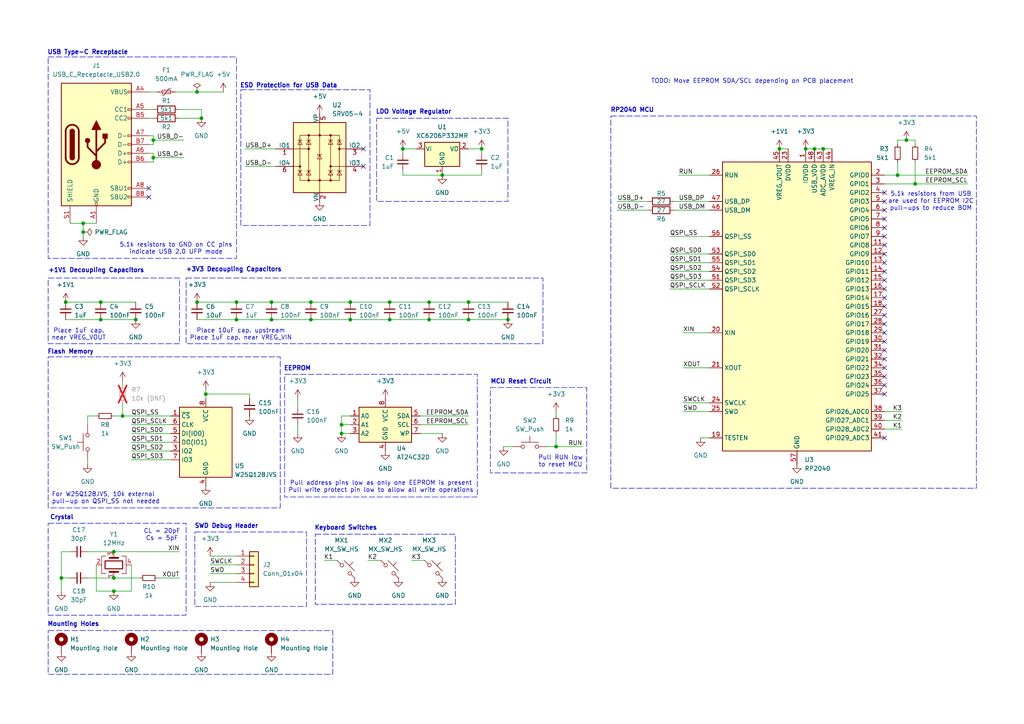
<source format=kicad_sch>
(kicad_sch (version 20231120) (generator "eeschema") (generator_version "8.0")
  (paper "A4")
  (title_block (title "Cloverpad MX") (rev "2"))
  (junction (at 124.46 92.71))
  (junction (at 24.13 64.77))
  (junction (at 128.27 50.8))
  (junction (at 19.05 87.63))
  (junction (at 226.06 43.18))
  (junction (at 135.89 87.63))
  (junction (at 57.15 87.63))
  (junction (at 58.42 34.29))
  (junction (at 135.89 92.71))
  (junction (at 33.02 171.45))
  (junction (at 57.15 26.67))
  (junction (at 78.74 87.63))
  (junction (at 17.78 167.64))
  (junction (at 265.43 53.34))
  (junction (at 262.89 40.64))
  (junction (at 29.21 92.71))
  (junction (at 238.76 43.18))
  (junction (at 33.02 160.02))
  (junction (at 116.84 43.18))
  (junction (at 99.06 125.73))
  (junction (at 101.6 92.71))
  (junction (at 68.58 92.71))
  (junction (at 99.06 123.19))
  (junction (at 44.45 45.72))
  (junction (at 39.37 92.71))
  (junction (at 29.21 87.63))
  (junction (at 35.56 120.65))
  (junction (at 147.32 92.71))
  (junction (at 113.03 92.71))
  (junction (at 139.7 43.18))
  (junction (at 113.03 87.63))
  (junction (at 33.02 167.64))
  (junction (at 260.35 50.8))
  (junction (at 124.46 87.63))
  (junction (at 90.17 87.63))
  (junction (at 24.13 67.31))
  (junction (at 68.58 87.63))
  (junction (at 233.68 43.18))
  (junction (at 44.45 40.64))
  (junction (at 59.69 114.3))
  (junction (at 78.74 92.71))
  (junction (at 236.22 43.18))
  (junction (at 90.17 92.71))
  (junction (at 101.6 87.63))
  (junction (at 161.29 129.54))
  (no_connect (at 105.41 43.18))
  (no_connect (at 256.54 83.82))
  (no_connect (at 256.54 78.74))
  (no_connect (at 256.54 86.36))
  (no_connect (at 256.54 55.88))
  (no_connect (at 256.54 99.06))
  (no_connect (at 256.54 66.04))
  (no_connect (at 256.54 111.76))
  (no_connect (at 256.54 88.9))
  (no_connect (at 256.54 60.96))
  (no_connect (at 256.54 109.22))
  (no_connect (at 256.54 58.42))
  (no_connect (at 256.54 81.28))
  (no_connect (at 256.54 71.12))
  (no_connect (at 256.54 76.2))
  (no_connect (at 256.54 93.98))
  (no_connect (at 256.54 127))
  (no_connect (at 256.54 96.52))
  (no_connect (at 105.41 48.26))
  (no_connect (at 43.18 57.15))
  (no_connect (at 256.54 68.58))
  (no_connect (at 256.54 73.66))
  (no_connect (at 43.18 54.61))
  (no_connect (at 256.54 114.3))
  (no_connect (at 256.54 63.5))
  (no_connect (at 256.54 91.44))
  (no_connect (at 256.54 101.6))
  (no_connect (at 256.54 106.68))
  (no_connect (at 256.54 104.14))
  (wire (pts (xy 113.03 92.71) (xy 124.46 92.71)))
  (wire (pts (xy 27.94 171.45) (xy 33.02 171.45)))
  (wire (pts (xy 116.84 49.53) (xy 116.84 50.8)))
  (wire (pts (xy 78.74 87.63) (xy 90.17 87.63)))
  (wire (pts (xy 86.36 125.73) (xy 86.36 123.19)))
  (wire (pts (xy 59.69 114.3) (xy 59.69 115.57)))
  (wire (pts (xy 194.31 78.74) (xy 205.74 78.74)))
  (wire (pts (xy 139.7 49.53) (xy 139.7 50.8)))
  (wire (pts (xy 135.89 87.63) (xy 147.32 87.63)))
  (wire (pts (xy 101.6 120.65) (xy 99.06 120.65)))
  (wire (pts (xy 195.58 60.96) (xy 205.74 60.96)))
  (wire (pts (xy 113.03 87.63) (xy 124.46 87.63)))
  (wire (pts (xy 38.1 130.81) (xy 49.53 130.81)))
  (wire (pts (xy 24.13 64.77) (xy 27.94 64.77)))
  (wire (pts (xy 158.75 129.54) (xy 161.29 129.54)))
  (wire (pts (xy 260.35 41.91) (xy 260.35 40.64)))
  (wire (pts (xy 139.7 43.18) (xy 139.7 44.45)))
  (wire (pts (xy 33.02 160.02) (xy 52.07 160.02)))
  (wire (pts (xy 194.31 81.28) (xy 205.74 81.28)))
  (wire (pts (xy 99.06 125.73) (xy 101.6 125.73)))
  (wire (pts (xy 43.18 41.91) (xy 44.45 41.91)))
  (wire (pts (xy 59.69 113.03) (xy 59.69 114.3)))
  (wire (pts (xy 198.12 96.52) (xy 205.74 96.52)))
  (wire (pts (xy 43.18 31.75) (xy 44.45 31.75)))
  (wire (pts (xy 256.54 124.46) (xy 261.62 124.46)))
  (wire (pts (xy 43.18 26.67) (xy 45.72 26.67)))
  (wire (pts (xy 256.54 121.92) (xy 261.62 121.92)))
  (wire (pts (xy 38.1 123.19) (xy 49.53 123.19)))
  (wire (pts (xy 57.15 92.71) (xy 68.58 92.71)))
  (wire (pts (xy 44.45 41.91) (xy 44.45 40.64)))
  (wire (pts (xy 50.8 26.67) (xy 57.15 26.67)))
  (wire (pts (xy 38.1 133.35) (xy 49.53 133.35)))
  (wire (pts (xy 29.21 87.63) (xy 39.37 87.63)))
  (wire (pts (xy 203.2 127) (xy 205.74 127)))
  (wire (pts (xy 146.05 129.54) (xy 148.59 129.54)))
  (wire (pts (xy 236.22 43.18) (xy 238.76 43.18)))
  (wire (pts (xy 72.39 114.3) (xy 72.39 115.57)))
  (wire (pts (xy 24.13 67.31) (xy 24.13 64.77)))
  (wire (pts (xy 194.31 76.2) (xy 205.74 76.2)))
  (wire (pts (xy 116.84 50.8) (xy 128.27 50.8)))
  (wire (pts (xy 135.89 43.18) (xy 139.7 43.18)))
  (wire (pts (xy 43.18 34.29) (xy 44.45 34.29)))
  (wire (pts (xy 90.17 92.71) (xy 101.6 92.71)))
  (wire (pts (xy 196.85 50.8) (xy 205.74 50.8)))
  (wire (pts (xy 238.76 43.18) (xy 241.3 43.18)))
  (wire (pts (xy 43.18 39.37) (xy 44.45 39.37)))
  (wire (pts (xy 135.89 123.19) (xy 121.92 123.19)))
  (wire (pts (xy 161.29 129.54) (xy 168.91 129.54)))
  (wire (pts (xy 25.4 160.02) (xy 33.02 160.02)))
  (wire (pts (xy 161.29 125.73) (xy 161.29 129.54)))
  (wire (pts (xy 52.07 34.29) (xy 58.42 34.29)))
  (wire (pts (xy 99.06 123.19) (xy 99.06 125.73)))
  (wire (pts (xy 116.84 43.18) (xy 116.84 44.45)))
  (wire (pts (xy 265.43 41.91) (xy 265.43 40.64)))
  (wire (pts (xy 20.32 64.77) (xy 24.13 64.77)))
  (wire (pts (xy 124.46 87.63) (xy 135.89 87.63)))
  (wire (pts (xy 198.12 119.38) (xy 205.74 119.38)))
  (wire (pts (xy 260.35 50.8) (xy 280.67 50.8)))
  (wire (pts (xy 256.54 50.8) (xy 260.35 50.8)))
  (wire (pts (xy 25.4 167.64) (xy 33.02 167.64)))
  (wire (pts (xy 57.15 26.67) (xy 64.77 26.67)))
  (wire (pts (xy 256.54 53.34) (xy 265.43 53.34)))
  (wire (pts (xy 194.31 73.66) (xy 205.74 73.66)))
  (wire (pts (xy 90.17 87.63) (xy 101.6 87.63)))
  (wire (pts (xy 194.31 68.58) (xy 205.74 68.58)))
  (wire (pts (xy 101.6 87.63) (xy 113.03 87.63)))
  (wire (pts (xy 119.38 162.56) (xy 123.19 162.56)))
  (wire (pts (xy 38.1 171.45) (xy 33.02 171.45)))
  (wire (pts (xy 198.12 116.84) (xy 205.74 116.84)))
  (wire (pts (xy 106.68 162.56) (xy 110.49 162.56)))
  (wire (pts (xy 60.96 161.29) (xy 68.58 161.29)))
  (wire (pts (xy 35.56 110.49) (xy 35.56 111.76)))
  (wire (pts (xy 44.45 40.64) (xy 53.34 40.64)))
  (wire (pts (xy 86.36 115.57) (xy 86.36 118.11)))
  (wire (pts (xy 124.46 92.71) (xy 135.89 92.71)))
  (wire (pts (xy 226.06 43.18) (xy 228.6 43.18)))
  (wire (pts (xy 43.18 44.45) (xy 44.45 44.45)))
  (wire (pts (xy 52.07 31.75) (xy 58.42 31.75)))
  (wire (pts (xy 29.21 92.71) (xy 39.37 92.71)))
  (wire (pts (xy 260.35 46.99) (xy 260.35 50.8)))
  (wire (pts (xy 17.78 167.64) (xy 17.78 171.45)))
  (wire (pts (xy 59.69 114.3) (xy 72.39 114.3)))
  (wire (pts (xy 27.94 163.83) (xy 27.94 171.45)))
  (wire (pts (xy 233.68 43.18) (xy 236.22 43.18)))
  (wire (pts (xy 19.05 87.63) (xy 29.21 87.63)))
  (wire (pts (xy 101.6 123.19) (xy 99.06 123.19)))
  (wire (pts (xy 33.02 167.64) (xy 40.64 167.64)))
  (wire (pts (xy 35.56 116.84) (xy 35.56 120.65)))
  (wire (pts (xy 17.78 160.02) (xy 17.78 167.64)))
  (wire (pts (xy 19.05 92.71) (xy 29.21 92.71)))
  (wire (pts (xy 195.58 58.42) (xy 205.74 58.42)))
  (wire (pts (xy 44.45 39.37) (xy 44.45 40.64)))
  (wire (pts (xy 60.96 166.37) (xy 68.58 166.37)))
  (wire (pts (xy 71.12 48.26) (xy 80.01 48.26)))
  (wire (pts (xy 44.45 44.45) (xy 44.45 45.72)))
  (wire (pts (xy 20.32 160.02) (xy 17.78 160.02)))
  (wire (pts (xy 43.18 46.99) (xy 44.45 46.99)))
  (wire (pts (xy 179.07 60.96) (xy 187.96 60.96)))
  (wire (pts (xy 68.58 92.71) (xy 78.74 92.71)))
  (wire (pts (xy 58.42 31.75) (xy 58.42 34.29)))
  (wire (pts (xy 60.96 163.83) (xy 68.58 163.83)))
  (wire (pts (xy 265.43 40.64) (xy 262.89 40.64)))
  (wire (pts (xy 25.4 120.65) (xy 25.4 123.19)))
  (wire (pts (xy 99.06 120.65) (xy 99.06 123.19)))
  (wire (pts (xy 60.96 168.91) (xy 68.58 168.91)))
  (wire (pts (xy 116.84 43.18) (xy 120.65 43.18)))
  (wire (pts (xy 68.58 87.63) (xy 78.74 87.63)))
  (wire (pts (xy 25.4 133.35) (xy 25.4 134.62)))
  (wire (pts (xy 38.1 163.83) (xy 38.1 171.45)))
  (wire (pts (xy 256.54 119.38) (xy 261.62 119.38)))
  (wire (pts (xy 101.6 92.71) (xy 113.03 92.71)))
  (wire (pts (xy 161.29 119.38) (xy 161.29 120.65)))
  (wire (pts (xy 24.13 68.58) (xy 24.13 67.31)))
  (wire (pts (xy 179.07 58.42) (xy 187.96 58.42)))
  (wire (pts (xy 78.74 92.71) (xy 90.17 92.71)))
  (wire (pts (xy 265.43 53.34) (xy 280.67 53.34)))
  (wire (pts (xy 44.45 46.99) (xy 44.45 45.72)))
  (wire (pts (xy 35.56 120.65) (xy 49.53 120.65)))
  (wire (pts (xy 38.1 125.73) (xy 49.53 125.73)))
  (wire (pts (xy 38.1 128.27) (xy 49.53 128.27)))
  (wire (pts (xy 194.31 83.82) (xy 205.74 83.82)))
  (wire (pts (xy 57.15 87.63) (xy 68.58 87.63)))
  (wire (pts (xy 33.02 120.65) (xy 35.56 120.65)))
  (wire (pts (xy 121.92 125.73) (xy 128.27 125.73)))
  (wire (pts (xy 25.4 120.65) (xy 27.94 120.65)))
  (wire (pts (xy 265.43 46.99) (xy 265.43 53.34)))
  (wire (pts (xy 45.72 167.64) (xy 52.07 167.64)))
  (wire (pts (xy 93.98 162.56) (xy 97.79 162.56)))
  (wire (pts (xy 44.45 45.72) (xy 53.34 45.72)))
  (wire (pts (xy 260.35 40.64) (xy 262.89 40.64)))
  (wire (pts (xy 17.78 167.64) (xy 20.32 167.64)))
  (wire (pts (xy 128.27 50.8) (xy 139.7 50.8)))
  (wire (pts (xy 135.89 120.65) (xy 121.92 120.65)))
  (wire (pts (xy 135.89 92.71) (xy 147.32 92.71)))
  (wire (pts (xy 71.12 43.18) (xy 80.01 43.18)))
  (wire (pts (xy 198.12 106.68) (xy 205.74 106.68)))
  (rectangle (start 13.97 80.645) (end 52.07 99.695) (stroke (width 0) (type dash)))
  (rectangle (start 13.97 151.765) (end 53.975 178.435) (stroke (width 0) (type dash)))
  (rectangle (start 109.22 34.29) (end 147.32 58.42) (stroke (width 0) (type dash)))
  (rectangle (start 13.97 182.88) (end 96.52 195.58) (stroke (width 0) (type dash)))
  (rectangle (start 53.975 80.645) (end 157.48 99.695) (stroke (width 0) (type dash)))
  (rectangle (start 13.97 103.505) (end 81.28 147.32) (stroke (width 0) (type dash)))
  (rectangle (start 56.515 154.305) (end 88.9 175.895) (stroke (width 0) (type dash)))
  (rectangle (start 91.44 154.94) (end 132.08 175.26) (stroke (width 0) (type dash)))
  (rectangle (start 82.55 108.585) (end 138.43 144.145) (stroke (width 0) (type dash)))
  (rectangle (start 13.97 16.51) (end 68.58 74.93) (stroke (width 0) (type dash)))
  (rectangle (start 142.24 112.395) (end 170.18 137.16) (stroke (width 0) (type dash)))
  (rectangle (start 69.85 26.035) (end 107.315 65.405) (stroke (width 0) (type dash)))
  (rectangle (start 177.165 33.655) (end 283.21 141.605) (stroke (width 0) (type dash)))
  (text "MCU Reset Circuit" (at 142.24 111.506 0) (effects (font (size 1.27 1.27) (thickness 0.254) (bold yes)) (justify left bottom)))
  (text "SWD Debug Header" (at 56.388 153.416 0) (effects (font (size 1.27 1.27) (thickness 0.254) (bold yes)) (justify left bottom)))
  (text "For W25Q128JVS, 10k external\npull-up on QSPI_SS not needed" (at 14.986 144.526 0) (effects (font (size 1.27 1.27)) (justify left)))
  (text "Place 1uF cap.\nnear VREG_VOUT" (at 22.86 97.028 0) (effects (font (size 1.27 1.27))))
  (text "ESD Protection for USB Data" (at 69.596 25.654 0) (effects (font (size 1.27 1.27) (thickness 0.254) (bold yes)) (justify left bottom)))
  (text "TODO: Move EEPROM SDA/SCL depending on PCB placement" (at 218.186 23.622 0) (effects (font (size 1.27 1.27))))
  (text "+1V1 Decoupling Capacitors" (at 13.97 79.248 0) (effects (font (size 1.27 1.27) (thickness 0.254) (bold yes)) (justify left bottom)))
  (text "USB Type-C Receptacle" (at 13.716 16.002 0) (effects (font (size 1.27 1.27) (thickness 0.254) (bold yes)) (justify left bottom)))
  (text "Mounting Holes" (at 13.716 181.864 0) (effects (font (size 1.27 1.27) (thickness 0.254) (bold yes)) (justify left bottom)))
  (text "Pull address pins low as only one EEPROM is present\nPull write protect pin low to allow all write operations" (at 110.49 141.224 0) (effects (font (size 1.27 1.27))))
  (text "+3V3 Decoupling Capacitors" (at 53.848 78.994 0) (effects (font (size 1.27 1.27) (thickness 0.254) (bold yes)) (justify left bottom)))
  (text "CL = 20pF\nCs = 5pF" (at 46.99 155.194 0) (effects (font (size 1.27 1.27))))
  (text "5.1k resistors to GND on CC pins\nindicate USB 2.0 UFP mode" (at 51.054 73.914 0) (effects (font (size 1.27 1.27)) (justify bottom)))
  (text "LDO Voltage Regulator" (at 108.966 33.274 0) (effects (font (size 1.27 1.27) (thickness 0.254) (bold yes)) (justify left bottom)))
  (text "Place 10uF cap. upstream\nPlace 1uF cap. near VREG_VIN" (at 69.85 97.028 0) (effects (font (size 1.27 1.27))))
  (text "5.1k resistors from USB\nare used for EEPROM I2C\npull-ups to reduce BOM" (at 270.002 58.42 0) (effects (font (size 1.27 1.27))))
  (text "Keyboard Switches" (at 91.186 153.924 0) (effects (font (size 1.27 1.27) (thickness 0.254) (bold yes)) (justify left bottom)))
  (text "RP2040 MCU" (at 177.038 32.766 0) (effects (font (size 1.27 1.27) (thickness 0.254) (bold yes)) (justify left bottom)))
  (text "Flash Memory" (at 13.716 102.87 0) (effects (font (size 1.27 1.27) (thickness 0.254) (bold yes)) (justify left bottom)))
  (text "EEPROM" (at 82.296 107.696 0) (effects (font (size 1.27 1.27) (thickness 0.254) (bold yes)) (justify left bottom)))
  (text "Crystal" (at 14.478 150.876 0) (effects (font (size 1.27 1.27) (thickness 0.254) (bold yes)) (justify left bottom)))
  (text "Pull RUN low\nto reset MCU" (at 162.56 133.858 0) (effects (font (size 1.27 1.27))))
  (label "QSPI_SD3" (at 38.1 133.35 0))
  (label "QSPI_SD2" (at 38.1 130.81 0))
  (label "EEPROM_SCL" (at 280.67 53.34 180))
  (label "QSPI_SD1" (at 194.31 76.2 0))
  (label "USB_D-" (at 53.34 40.64 180))
  (label "EEPROM_SCL" (at 135.89 123.19 180))
  (label "RUN" (at 196.85 50.8 0))
  (label "USB_DP" (at 196.85 58.42 0))
  (label "SWCLK" (at 60.96 163.83 0))
  (label "XOUT" (at 198.12 106.68 0))
  (label "QSPI_SD0" (at 38.1 125.73 0))
  (label "XIN" (at 52.07 160.02 180))
  (label "K3" (at 119.38 162.56 0))
  (label "K1" (at 93.98 162.56 0))
  (label "SWD" (at 60.96 166.37 0))
  (label "K2" (at 261.62 121.92 180))
  (label "QSPI_SS" (at 194.31 68.58 0))
  (label "QSPI_SCLK" (at 194.31 83.82 0))
  (label "QSPI_SD1" (at 38.1 128.27 0))
  (label "SWCLK" (at 198.12 116.84 0))
  (label "USB_D+" (at 53.34 45.72 180))
  (label "EEPROM_SDA" (at 280.67 50.8 180))
  (label "XOUT" (at 52.07 167.64 180))
  (label "K1" (at 261.62 124.46 180))
  (label "USB_DM" (at 196.85 60.96 0))
  (label "RUN" (at 168.91 129.54 180))
  (label "QSPI_SCLK" (at 38.1 123.19 0))
  (label "QSPI_SD2" (at 194.31 78.74 0))
  (label "QSPI_SS" (at 38.1 120.65 0))
  (label "USB_D-" (at 179.07 60.96 0))
  (label "K3" (at 261.62 119.38 180))
  (label "USB_D-" (at 71.12 48.26 0))
  (label "QSPI_SD0" (at 194.31 73.66 0))
  (label "SWD" (at 198.12 119.38 0))
  (label "QSPI_SD3" (at 194.31 81.28 0))
  (label "K2" (at 106.68 162.56 0))
  (label "USB_D+" (at 179.07 58.42 0))
  (label "EEPROM_SDA" (at 135.89 120.65 180))
  (label "USB_D+" (at 71.12 43.18 0))
  (label "XIN" (at 198.12 96.52 0))
  (symbol (lib_id "Device:C_Small") (at 124.46 90.17 0) (unit 1)
    (property "Reference" "C12" (at 127 88.9063 0) (effects (justify left)))
    (property "Value" "100nF" (at 127 91.4463 0) (effects (justify left)))
    (property "Footprint" "Capacitor_SMD:C_0402_1005Metric" (effects (hide yes)))
    (property "Description" "Unpolarized capacitor, small symbol" (effects (hide yes)))
    (property "LCSC" "C1525" (effects (hide yes)))
  )
  (symbol (lib_id "Switch:SW_Push") (at 153.67 129.54 0) (unit 1)
    (property "Reference" "SW2" (at 153.67 121.92 0))
    (property "Value" "SW_Push" (at 153.67 124.46 0))
    (property "Footprint" "Button_Switch_SMD:SW_SPST_TL3342" (effects (hide yes)))
    (property "Datasheet" "https://wmsc.lcsc.com/wmsc/upload/file/pdf/v2/lcsc/2304140030_XKB-Connection-TS-1187A-B-A-B_C318884.pdf" (effects (hide yes)))
    (property "Description" "Push button switch, generic, two pins" (effects (hide yes)))
    (property "LCSC" "C318884" (effects (hide yes)))
  )
  (symbol (lib_id "power:GND") (at 17.78 171.45 0) (unit 1)
    (property "Reference" "#PWR036" (effects (hide yes)))
    (property "Value" "GND" (at 17.78 176.53 0))
    (property "Description" "Power symbol creates a global label with name \"GND\" , ground" (effects (hide yes)))
  )
  (symbol (lib_id "power:GND") (at 231.14 134.62 0) (unit 1)
    (property "Reference" "#PWR029" (effects (hide yes)))
    (property "Value" "GND" (at 231.14 139.7 0))
    (property "Description" "Power symbol creates a global label with name \"GND\" , ground" (effects (hide yes)))
  )
  (symbol (lib_id "Device:C_Small") (at 22.86 167.64 90) (mirror x) (unit 1)
    (property "Reference" "C18" (at 22.86 171.45 90))
    (property "Value" "30pF" (at 22.8537 173.99 90))
    (property "Footprint" "Capacitor_SMD:C_0603_1608Metric" (effects (hide yes)))
    (property "Description" "Unpolarized capacitor, small symbol" (effects (hide yes)))
    (property "LCSC" "C1658" (effects (hide yes)))
  )
  (symbol (lib_id "Regulator_Linear:XC6206PxxxMR") (at 128.27 43.18 0) (unit 1)
    (property "Reference" "U1" (at 128.27 36.83 0))
    (property "Value" "XC6206P332MR" (at 128.27 39.37 0))
    (property "Footprint" "Package_TO_SOT_SMD:SOT-23-3" (effects (hide yes)))
    (property "Datasheet" "https://www.torexsemi.com/file/xc6206/XC6206.pdf" (effects (hide yes)))
    (property "Description" "Positive 60-250mA Low Dropout Regulator, Fixed Output, SOT-23" (effects (hide yes)))
    (property "LCSC" "C5446" (effects (hide yes)))
  )
  (symbol (lib_id "power:+5V") (at 64.77 26.67 0) (unit 1)
    (property "Reference" "#PWR01" (effects (hide yes)))
    (property "Value" "+5V" (at 64.77 21.59 0))
    (property "Description" "Power symbol creates a global label with name \"+5V\"" (effects (hide yes)))
  )
  (symbol (lib_id "power:GND") (at 128.27 50.8 0) (unit 1)
    (property "Reference" "#PWR09" (effects (hide yes)))
    (property "Value" "GND" (at 128.27 55.88 0))
    (property "Description" "Power symbol creates a global label with name \"GND\" , ground" (effects (hide yes)))
  )
  (symbol (lib_id "Device:R_Small") (at 161.29 123.19 0) (unit 1)
    (property "Reference" "R9" (at 163.83 121.9199 0) (effects (justify left)))
    (property "Value" "1k" (at 163.83 124.4599 0) (effects (justify left)))
    (property "Footprint" "Resistor_SMD:R_0402_1005Metric" (effects (hide yes)))
    (property "Description" "Resistor, small symbol" (effects (hide yes)))
    (property "LCSC" "C11702" (effects (hide yes)))
  )
  (symbol (lib_id "Device:R_Small") (at 260.35 44.45 0) (mirror y) (unit 1)
    (property "Reference" "R3" (at 257.81 43.1799 0) (effects (justify left)))
    (property "Value" "5k1" (at 257.81 45.7199 0) (effects (justify left)))
    (property "Footprint" "Resistor_SMD:R_0402_1005Metric" (effects (hide yes)))
    (property "Description" "Resistor, small symbol" (effects (hide yes)))
    (property "LCSC" "C25905" (effects (hide yes)))
  )
  (symbol (lib_id "Device:C_Small") (at 29.21 90.17 0) (unit 1)
    (property "Reference" "C4" (at 31.75 88.9063 0) (effects (justify left)))
    (property "Value" "100nF" (at 31.75 91.4463 0) (effects (justify left)))
    (property "Footprint" "Capacitor_SMD:C_0402_1005Metric" (effects (hide yes)))
    (property "Description" "Unpolarized capacitor, small symbol" (effects (hide yes)))
    (property "LCSC" "C1525" (effects (hide yes)))
  )
  (symbol (lib_id "Connector_Generic:Conn_01x04") (at 73.66 163.83 0) (unit 1) (in_bom no)
    (property "Reference" "J2" (at 76.2 163.8299 0) (effects (justify left)))
    (property "Value" "Conn_01x04" (at 76.2 166.3699 0) (effects (justify left)))
    (property "Footprint" "Connector_PinHeader_2.54mm:PinHeader_1x04_P2.54mm_Horizontal" (effects (hide yes)))
    (property "Description" "Generic connector, single row, 01x04, script generated (kicad-library-utils/schlib/autogen/connector/)" (effects (hide yes)))
  )
  (symbol (lib_id "Device:R_Small") (at 30.48 120.65 90) (unit 1)
    (property "Reference" "R8" (at 30.48 123.19 90))
    (property "Value" "1k" (at 30.48 125.73 90))
    (property "Footprint" "Resistor_SMD:R_0402_1005Metric" (effects (hide yes)))
    (property "Description" "Resistor, small symbol" (effects (hide yes)))
    (property "LCSC" "C11702" (effects (hide yes)))
  )
  (symbol (lib_id "Device:C_Small") (at 90.17 90.17 0) (unit 1)
    (property "Reference" "C9" (at 92.71 88.9063 0) (effects (justify left)))
    (property "Value" "100nF" (at 92.71 91.4463 0) (effects (justify left)))
    (property "Footprint" "Capacitor_SMD:C_0402_1005Metric" (effects (hide yes)))
    (property "Description" "Unpolarized capacitor, small symbol" (effects (hide yes)))
    (property "LCSC" "C1525" (effects (hide yes)))
  )
  (symbol (lib_id "Device:Crystal_GND24") (at 33.02 163.83 90) (unit 1)
    (property "Reference" "Y1" (at 33.02 154.94 90))
    (property "Value" "12MHz" (at 33.02 157.48 90))
    (property "Footprint" "Crystal:Crystal_SMD_3225-4Pin_3.2x2.5mm" (effects (hide yes)))
    (property "Datasheet" "https://wmsc.lcsc.com/wmsc/upload/file/pdf/v2/lcsc/2403291504_YXC-X322512MSB4SI_C9002.pdf" (effects (hide yes)))
    (property "Description" "Four pin crystal, GND on pins 2 and 4" (effects (hide yes)))
    (property "LCSC" "C9002" (effects (hide yes)))
  )
  (symbol (lib_id "power:+5V") (at 92.71 33.02 0) (unit 1)
    (property "Reference" "#PWR02" (effects (hide yes)))
    (property "Value" "+5V" (at 92.71 27.94 0))
    (property "Description" "Power symbol creates a global label with name \"+5V\"" (effects (hide yes)))
  )
  (symbol (lib_id "power:+3V3") (at 139.7 43.18 0) (unit 1)
    (property "Reference" "#PWR06" (effects (hide yes)))
    (property "Value" "+3V3" (at 139.7 38.1 0))
    (property "Description" "Power symbol creates a global label with name \"+3V3\"" (effects (hide yes)))
  )
  (symbol (lib_id "PCM_marbastlib-mx:MX_SW_HS_CPG151101S11") (at 100.33 165.1 0) (unit 1)
    (property "Reference" "MX1" (at 99.06 156.718 0))
    (property "Value" "MX_SW_HS" (at 99.06 159.258 0))
    (property "Footprint" "PCM_marbastlib-mx:SW_MX_HS_CPG151101S11_1u" (effects (hide yes)))
    (property "Datasheet" "http://www.kailh.com/product/Ms/rcb/CPG151101S11-16.pdf" (effects (hide yes)))
    (property "Description" "Push button switch, normally open, two pins, 45° tilted, Kailh CPG151101S11 for Cherry MX style switches" (effects (hide yes)))
    (property "LCSC" "C5156480" (effects (hide yes)))
  )
  (symbol (lib_id "power:GND") (at 115.57 167.64 0) (unit 1)
    (property "Reference" "#PWR033" (effects (hide yes)))
    (property "Value" "GND" (at 115.57 172.72 0))
    (property "Description" "Power symbol creates a global label with name \"GND\" , ground" (effects (hide yes)))
  )
  (symbol (lib_id "Device:C_Small") (at 116.84 46.99 0) (mirror y) (unit 1)
    (property "Reference" "C1" (at 114.3 45.7263 0) (effects (justify left)))
    (property "Value" "1uF" (at 114.3 48.2663 0) (effects (justify left)))
    (property "Footprint" "Capacitor_SMD:C_0402_1005Metric" (effects (hide yes)))
    (property "Description" "Unpolarized capacitor, small symbol" (effects (hide yes)))
    (property "LCSC" "C52923" (effects (hide yes)))
  )
  (symbol (lib_id "Mechanical:MountingHole_Pad") (at 38.1 186.69 0) (unit 1) (in_bom no)
    (property "Reference" "H2" (at 40.64 185.42 0) (effects (justify left)))
    (property "Value" "Mounting Hole" (at 40.64 187.96 0) (effects (justify left)))
    (property "Footprint" "MountingHole:MountingHole_2.2mm_M2_Pad" (effects (hide yes)))
    (property "Description" "Mounting Hole with connection" (effects (hide yes)))
  )
  (symbol (lib_id "PCM_marbastlib-various:SRV05-4") (at 92.71 45.72 0) (unit 1)
    (property "Reference" "U2" (at 96.3361 30.48 0) (effects (justify left)))
    (property "Value" "SRV05-4" (at 96.3361 33.02 0) (effects (justify left)))
    (property "Footprint" "PCM_marbastlib-various:SOT-23-6-routable" (effects (hide yes)))
    (property "Datasheet" "http://www.onsemi.com/pub/Collateral/SRV05-4-D.PDF" (effects (hide yes)))
    (property "Description" "ESD Protection Diodes with Low Clamping Voltage, SOT-23-6" (effects (hide yes)))
    (property "LCSC" "C20615829" (effects (hide yes)))
  )
  (symbol (lib_id "Device:Polyfuse_Small") (at 48.26 26.67 270) (unit 1)
    (property "Reference" "F1" (at 48.26 20.32 90))
    (property "Value" "500mA" (at 48.26 22.86 90))
    (property "Footprint" "Fuse:Fuse_1206_3216Metric" (effects (hide yes)))
    (property "Description" "Resettable fuse, polymeric positive temperature coefficient, small symbol" (effects (hide yes)))
    (property "LCSC" "C170165" (effects (hide yes)))
  )
  (symbol (lib_id "PCM_marbastlib-mx:MX_SW_HS_CPG151101S11") (at 125.73 165.1 0) (unit 1)
    (property "Reference" "MX3" (at 124.46 156.718 0))
    (property "Value" "MX_SW_HS" (at 124.46 159.258 0))
    (property "Footprint" "PCM_marbastlib-mx:SW_MX_HS_CPG151101S11_1u" (effects (hide yes)))
    (property "Datasheet" "http://www.kailh.com/product/Ms/rcb/CPG151101S11-16.pdf" (effects (hide yes)))
    (property "Description" "Push button switch, normally open, two pins, 45° tilted, Kailh CPG151101S11 for Cherry MX style switches" (effects (hide yes)))
    (property "LCSC" "C5156480" (effects (hide yes)))
  )
  (symbol (lib_id "Device:R") (at 191.77 58.42 90) (unit 1)
    (property "Reference" "R5" (at 191.77 56.134 90))
    (property "Value" "27" (at 191.77 58.42 90))
    (property "Footprint" "Resistor_SMD:R_0402_1005Metric" (effects (hide yes)))
    (property "Description" "Resistor" (effects (hide yes)))
    (property "LCSC" "C140174" (effects (hide yes)))
  )
  (symbol (lib_id "power:GND") (at 102.87 167.64 0) (unit 1)
    (property "Reference" "#PWR032" (effects (hide yes)))
    (property "Value" "GND" (at 102.87 172.72 0))
    (property "Description" "Power symbol creates a global label with name \"GND\" , ground" (effects (hide yes)))
  )
  (symbol (lib_id "Memory_EEPROM:24LC32") (at 111.76 123.19 0) (unit 1)
    (property "Reference" "U4" (at 115.062 130.048 0) (effects (justify left)))
    (property "Value" "AT24C32D" (at 115.062 132.588 0) (effects (justify left)))
    (property "Footprint" "Package_SO:SOIC-8_3.9x4.9mm_P1.27mm" (effects (hide yes)))
    (property "Datasheet" "https://ww1.microchip.com/downloads/aemDocuments/documents/MPD/ProductDocuments/DataSheets/AT24C32D-2-Kbit-I2C-Serial-EEPROM-Industrial-Grade-DS20006047.pdf" (effects (hide yes)))
    (property "Description" "I2C Serial EEPROM, 32Kb, DIP-8/SOIC-8/TSSOP-8/DFN-8" (effects (hide yes)))
    (property "LCSC" "C60583" (effects (hide yes)))
  )
  (symbol (lib_id "power:GND") (at 39.37 92.71 0) (unit 1)
    (property "Reference" "#PWR014" (effects (hide yes)))
    (property "Value" "GND" (at 39.37 97.79 0))
    (property "Description" "Power symbol creates a global label with name \"GND\" , ground" (effects (hide yes)))
  )
  (symbol (lib_id "power:PWR_FLAG") (at 57.15 26.67 0) (unit 1)
    (property "Reference" "#FLG01" (effects (hide yes)))
    (property "Value" "PWR_FLAG" (at 57.15 21.59 0))
    (property "Description" "Special symbol for telling ERC where power comes from" (effects (hide yes)))
  )
  (symbol (lib_id "Device:C_Small") (at 86.36 120.65 0) (unit 1)
    (property "Reference" "C16" (at 88.9 119.3863 0) (effects (justify left)))
    (property "Value" "100nF" (at 88.9 121.9263 0) (effects (justify left)))
    (property "Footprint" "Capacitor_SMD:C_0402_1005Metric" (effects (hide yes)))
    (property "Description" "Unpolarized capacitor, small symbol" (effects (hide yes)))
    (property "LCSC" "C1525" (effects (hide yes)))
  )
  (symbol (lib_id "power:+5V") (at 116.84 43.18 0) (unit 1)
    (property "Reference" "#PWR05" (effects (hide yes)))
    (property "Value" "+5V" (at 116.84 38.1 0))
    (property "Description" "Power symbol creates a global label with name \"+5V\"" (effects (hide yes)))
  )
  (symbol (lib_id "Device:C_Small") (at 101.6 90.17 0) (unit 1)
    (property "Reference" "C10" (at 104.14 88.9063 0) (effects (justify left)))
    (property "Value" "100nF" (at 104.14 91.4463 0) (effects (justify left)))
    (property "Footprint" "Capacitor_SMD:C_0402_1005Metric" (effects (hide yes)))
    (property "Description" "Unpolarized capacitor, small symbol" (effects (hide yes)))
    (property "LCSC" "C1525" (effects (hide yes)))
  )
  (symbol (lib_id "Mechanical:MountingHole_Pad") (at 58.42 186.69 0) (unit 1) (in_bom no)
    (property "Reference" "H3" (at 60.96 185.42 0) (effects (justify left)))
    (property "Value" "Mounting Hole" (at 60.96 187.96 0) (effects (justify left)))
    (property "Footprint" "MountingHole:MountingHole_2.2mm_M2_Pad" (effects (hide yes)))
    (property "Description" "Mounting Hole with connection" (effects (hide yes)))
  )
  (symbol (lib_id "power:GND") (at 38.1 189.23 0) (unit 1)
    (property "Reference" "#PWR039" (effects (hide yes)))
    (property "Value" "GND" (at 38.1 194.31 0))
    (property "Description" "Power symbol creates a global label with name \"GND\" , ground" (effects (hide yes)))
  )
  (symbol (lib_id "Device:C_Small") (at 78.74 90.17 0) (unit 1)
    (property "Reference" "C8" (at 81.28 88.9063 0) (effects (justify left)))
    (property "Value" "100nF" (at 81.28 91.4463 0) (effects (justify left)))
    (property "Footprint" "Capacitor_SMD:C_0402_1005Metric" (effects (hide yes)))
    (property "Description" "Unpolarized capacitor, small symbol" (effects (hide yes)))
    (property "LCSC" "C1525" (effects (hide yes)))
  )
  (symbol (lib_id "power:+1V1") (at 226.06 43.18 0) (unit 1)
    (property "Reference" "#PWR07" (effects (hide yes)))
    (property "Value" "+1V1" (at 226.06 38.1 0))
    (property "Description" "Power symbol creates a global label with name \"+1V1\"" (effects (hide yes)))
  )
  (symbol (lib_id "Device:C_Small") (at 113.03 90.17 0) (unit 1)
    (property "Reference" "C11" (at 115.57 88.9063 0) (effects (justify left)))
    (property "Value" "100nF" (at 115.57 91.4463 0) (effects (justify left)))
    (property "Footprint" "Capacitor_SMD:C_0402_1005Metric" (effects (hide yes)))
    (property "Description" "Unpolarized capacitor, small symbol" (effects (hide yes)))
    (property "LCSC" "C1525" (effects (hide yes)))
  )
  (symbol (lib_id "power:+3V3") (at 161.29 119.38 0) (unit 1)
    (property "Reference" "#PWR020" (effects (hide yes)))
    (property "Value" "+3V3" (at 161.29 114.3 0))
    (property "Description" "Power symbol creates a global label with name \"+3V3\"" (effects (hide yes)))
  )
  (symbol (lib_id "power:GND") (at 59.69 140.97 0) (unit 1)
    (property "Reference" "#PWR030" (effects (hide yes)))
    (property "Value" "GND" (at 59.69 146.05 0))
    (property "Description" "Power symbol creates a global label with name \"GND\" , ground" (effects (hide yes)))
  )
  (symbol (lib_id "Device:R") (at 191.77 60.96 90) (mirror x) (unit 1)
    (property "Reference" "R6" (at 191.77 63.5 90))
    (property "Value" "27" (at 191.77 60.96 90))
    (property "Footprint" "Resistor_SMD:R_0402_1005Metric" (effects (hide yes)))
    (property "Description" "Resistor" (effects (hide yes)))
    (property "LCSC" "C140174" (effects (hide yes)))
  )
  (symbol (lib_id "Device:C_Small") (at 19.05 90.17 0) (unit 1)
    (property "Reference" "C3" (at 21.59 88.9063 0) (effects (justify left)))
    (property "Value" "1uF" (at 21.59 91.4463 0) (effects (justify left)))
    (property "Footprint" "Capacitor_SMD:C_0402_1005Metric" (effects (hide yes)))
    (property "Description" "Unpolarized capacitor, small symbol" (effects (hide yes)))
    (property "LCSC" "C52923" (effects (hide yes)))
  )
  (symbol (lib_id "power:GND") (at 128.27 167.64 0) (unit 1)
    (property "Reference" "#PWR034" (effects (hide yes)))
    (property "Value" "GND" (at 128.27 172.72 0))
    (property "Description" "Power symbol creates a global label with name \"GND\" , ground" (effects (hide yes)))
  )
  (symbol (lib_id "power:GND") (at 92.71 58.42 0) (unit 1)
    (property "Reference" "#PWR010" (effects (hide yes)))
    (property "Value" "GND" (at 92.71 63.5 0))
    (property "Description" "Power symbol creates a global label with name \"GND\" , ground" (effects (hide yes)))
  )
  (symbol (lib_id "power:+3V3") (at 59.69 113.03 0) (unit 1)
    (property "Reference" "#PWR017" (effects (hide yes)))
    (property "Value" "+3V3" (at 59.69 107.95 0))
    (property "Description" "Power symbol creates a global label with name \"+3V3\"" (effects (hide yes)))
  )
  (symbol (lib_id "power:GND") (at 58.42 189.23 0) (unit 1)
    (property "Reference" "#PWR040" (effects (hide yes)))
    (property "Value" "GND" (at 58.42 194.31 0))
    (property "Description" "Power symbol creates a global label with name \"GND\" , ground" (effects (hide yes)))
  )
  (symbol (lib_id "power:GND") (at 58.42 34.29 0) (unit 1)
    (property "Reference" "#PWR03" (effects (hide yes)))
    (property "Value" "GND" (at 58.42 39.37 0))
    (property "Description" "Power symbol creates a global label with name \"GND\" , ground" (effects (hide yes)))
  )
  (symbol (lib_id "Device:C_Small") (at 72.39 118.11 0) (unit 1)
    (property "Reference" "C15" (at 74.93 116.8463 0) (effects (justify left)))
    (property "Value" "100nF" (at 74.93 119.3863 0) (effects (justify left)))
    (property "Footprint" "Capacitor_SMD:C_0402_1005Metric" (effects (hide yes)))
    (property "Description" "Unpolarized capacitor, small symbol" (effects (hide yes)))
    (property "LCSC" "C1525" (effects (hide yes)))
  )
  (symbol (lib_id "power:+3V3") (at 111.76 115.57 0) (unit 1)
    (property "Reference" "#PWR019" (effects (hide yes)))
    (property "Value" "+3V3" (at 111.76 110.49 0))
    (property "Description" "Power symbol creates a global label with name \"+3V3\"" (effects (hide yes)))
  )
  (symbol (lib_id "power:GND") (at 111.76 130.81 0) (unit 1)
    (property "Reference" "#PWR027" (effects (hide yes)))
    (property "Value" "GND" (at 111.76 135.89 0))
    (property "Description" "Power symbol creates a global label with name \"GND\" , ground" (effects (hide yes)))
  )
  (symbol (lib_id "power:+3V3") (at 233.68 43.18 0) (unit 1)
    (property "Reference" "#PWR08" (effects (hide yes)))
    (property "Value" "+3V3" (at 233.68 38.1 0))
    (property "Description" "Power symbol creates a global label with name \"+3V3\"" (effects (hide yes)))
  )
  (symbol (lib_id "power:GND") (at 86.36 125.73 0) (unit 1)
    (property "Reference" "#PWR022" (effects (hide yes)))
    (property "Value" "GND" (at 86.36 130.81 0))
    (property "Description" "Power symbol creates a global label with name \"GND\" , ground" (effects (hide yes)))
  )
  (symbol (lib_id "power:GND") (at 146.05 129.54 0) (unit 1)
    (property "Reference" "#PWR026" (effects (hide yes)))
    (property "Value" "GND" (at 146.05 134.62 0))
    (property "Description" "Power symbol creates a global label with name \"GND\" , ground" (effects (hide yes)))
  )
  (symbol (lib_id "Device:C_Small") (at 139.7 46.99 0) (unit 1)
    (property "Reference" "C2" (at 142.24 45.7263 0) (effects (justify left)))
    (property "Value" "1uF" (at 142.24 48.2663 0) (effects (justify left)))
    (property "Footprint" "Capacitor_SMD:C_0402_1005Metric" (effects (hide yes)))
    (property "Description" "Unpolarized capacitor, small symbol" (effects (hide yes)))
    (property "LCSC" "C52923" (effects (hide yes)))
  )
  (symbol (lib_id "Device:C_Small") (at 39.37 90.17 0) (unit 1)
    (property "Reference" "C5" (at 41.91 88.9063 0) (effects (justify left)))
    (property "Value" "100nF" (at 41.91 91.4463 0) (effects (justify left)))
    (property "Footprint" "Capacitor_SMD:C_0402_1005Metric" (effects (hide yes)))
    (property "Description" "Unpolarized capacitor, small symbol" (effects (hide yes)))
    (property "LCSC" "C1525" (effects (hide yes)))
  )
  (symbol (lib_id "power:PWR_FLAG") (at 24.13 67.31 270) (unit 1)
    (property "Reference" "#FLG02" (effects (hide yes)))
    (property "Value" "PWR_FLAG" (at 27.432 67.31 90) (effects (justify left)))
    (property "Description" "Special symbol for telling ERC where power comes from" (effects (hide yes)))
  )
  (symbol (lib_id "Device:R") (at 48.26 34.29 90) (mirror x) (unit 1)
    (property "Reference" "R2" (at 48.26 36.83 90))
    (property "Value" "5k1" (at 48.26 34.29 90))
    (property "Footprint" "Resistor_SMD:R_0402_1005Metric" (effects (hide yes)))
    (property "Description" "Resistor" (effects (hide yes)))
    (property "LCSC" "C25905" (effects (hide yes)))
  )
  (symbol (lib_id "power:+3V3") (at 262.89 40.64 0) (unit 1)
    (property "Reference" "#PWR04" (effects (hide yes)))
    (property "Value" "+3V3" (at 262.89 35.56 0))
    (property "Description" "Power symbol creates a global label with name \"+3V3\"" (effects (hide yes)))
  )
  (symbol (lib_id "power:GND") (at 25.4 134.62 0) (unit 1)
    (property "Reference" "#PWR028" (effects (hide yes)))
    (property "Value" "GND" (at 25.4 139.7 0))
    (property "Description" "Power symbol creates a global label with name \"GND\" , ground" (effects (hide yes)))
  )
  (symbol (lib_id "power:GND") (at 147.32 92.71 0) (unit 1)
    (property "Reference" "#PWR015" (effects (hide yes)))
    (property "Value" "GND" (at 147.32 97.79 0))
    (property "Description" "Power symbol creates a global label with name \"GND\" , ground" (effects (hide yes)))
  )
  (symbol (lib_id "Device:C_Small") (at 22.86 160.02 90) (unit 1)
    (property "Reference" "C17" (at 22.8663 153.67 90))
    (property "Value" "30pF" (at 22.8663 156.21 90))
    (property "Footprint" "Capacitor_SMD:C_0603_1608Metric" (effects (hide yes)))
    (property "Description" "Unpolarized capacitor, small symbol" (effects (hide yes)))
    (property "LCSC" "C1658" (effects (hide yes)))
  )
  (symbol (lib_id "power:GND") (at 60.96 168.91 0) (unit 1)
    (property "Reference" "#PWR035" (effects (hide yes)))
    (property "Value" "GND" (at 60.96 173.99 0))
    (property "Description" "Power symbol creates a global label with name \"GND\" , ground" (effects (hide yes)))
  )
  (symbol (lib_id "Device:R") (at 48.26 31.75 90) (unit 1)
    (property "Reference" "R1" (at 48.26 29.21 90))
    (property "Value" "5k1" (at 48.26 31.75 90))
    (property "Footprint" "Resistor_SMD:R_0402_1005Metric" (effects (hide yes)))
    (property "Description" "Resistor" (effects (hide yes)))
    (property "LCSC" "C25905" (effects (hide yes)))
  )
  (symbol (lib_id "Device:R_Small") (at 35.56 114.3 0) (unit 1) (in_bom no) (on_board no) (dnp yes)
    (property "Reference" "R7" (at 38.1 113.0299 0) (effects (justify left)))
    (property "Value" "10k (DNF)" (at 38.1 115.5699 0) (effects (justify left)))
    (property "Footprint" "Resistor_SMD:R_0402_1005Metric" (effects (hide yes)))
    (property "Description" "Resistor, small symbol" (effects (hide yes)))
  )
  (symbol (lib_id "Device:R_Small") (at 43.18 167.64 90) (unit 1)
    (property "Reference" "R10" (at 43.18 170.18 90))
    (property "Value" "1k" (at 43.18 172.72 90))
    (property "Footprint" "Resistor_SMD:R_0402_1005Metric" (effects (hide yes)))
    (property "Description" "Resistor, small symbol" (effects (hide yes)))
    (property "LCSC" "C11702" (effects (hide yes)))
  )
  (symbol (lib_id "power:+3V3") (at 86.36 115.57 0) (unit 1)
    (property "Reference" "#PWR018" (effects (hide yes)))
    (property "Value" "+3V3" (at 86.36 110.49 0))
    (property "Description" "Power symbol creates a global label with name \"+3V3\"" (effects (hide yes)))
  )
  (symbol (lib_id "power:+3V3") (at 60.96 161.29 0) (unit 1)
    (property "Reference" "#PWR031" (effects (hide yes)))
    (property "Value" "+3V3" (at 60.96 156.21 0))
    (property "Description" "Power symbol creates a global label with name \"+3V3\"" (effects (hide yes)))
  )
  (symbol (lib_id "Device:R_Small") (at 265.43 44.45 0) (unit 1)
    (property "Reference" "R4" (at 267.97 43.1799 0) (effects (justify left)))
    (property "Value" "5k1" (at 267.97 45.7199 0) (effects (justify left)))
    (property "Footprint" "Resistor_SMD:R_0402_1005Metric" (effects (hide yes)))
    (property "Description" "Resistor, small symbol" (effects (hide yes)))
    (property "LCSC" "C25905" (effects (hide yes)))
  )
  (symbol (lib_id "Device:C_Small") (at 147.32 90.17 0) (unit 1)
    (property "Reference" "C14" (at 149.86 88.9063 0) (effects (justify left)))
    (property "Value" "100nF" (at 149.86 91.4463 0) (effects (justify left)))
    (property "Footprint" "Capacitor_SMD:C_0402_1005Metric" (effects (hide yes)))
    (property "Description" "Unpolarized capacitor, small symbol" (effects (hide yes)))
    (property "LCSC" "C1525" (effects (hide yes)))
  )
  (symbol (lib_id "power:GND") (at 33.02 171.45 0) (unit 1)
    (property "Reference" "#PWR037" (effects (hide yes)))
    (property "Value" "GND" (at 33.02 176.53 0))
    (property "Description" "Power symbol creates a global label with name \"GND\" , ground" (effects (hide yes)))
  )
  (symbol (lib_id "Memory_Flash:W25Q128JVS") (at 59.69 128.27 0) (unit 1)
    (property "Reference" "U5" (at 68.072 135.128 0) (effects (justify left)))
    (property "Value" "W25Q128JVS" (at 68.072 137.668 0) (effects (justify left)))
    (property "Footprint" "Package_SO:SOIC-8_5.23x5.23mm_P1.27mm" (effects (hide yes)))
    (property "Datasheet" "http://www.winbond.com/resource-files/w25q128jv_dtr%20revc%2003272018%20plus.pdf" (effects (hide yes)))
    (property "Description" "128Mb Serial Flash Memory, Standard/Dual/Quad SPI, SOIC-8" (effects (hide yes)))
    (property "LCSC" "C97521" (effects (hide yes)))
  )
  (symbol (lib_id "PCM_marbastlib-mx:MX_SW_HS_CPG151101S11") (at 113.03 165.1 0) (unit 1)
    (property "Reference" "MX2" (at 111.76 156.718 0))
    (property "Value" "MX_SW_HS" (at 111.76 159.258 0))
    (property "Footprint" "PCM_marbastlib-mx:SW_MX_HS_CPG151101S11_1u" (effects (hide yes)))
    (property "Datasheet" "http://www.kailh.com/product/Ms/rcb/CPG151101S11-16.pdf" (effects (hide yes)))
    (property "Description" "Push button switch, normally open, two pins, 45° tilted, Kailh CPG151101S11 for Cherry MX style switches" (effects (hide yes)))
    (property "LCSC" "C5156480" (effects (hide yes)))
  )
  (symbol (lib_id "Device:C_Small") (at 68.58 90.17 0) (unit 1)
    (property "Reference" "C7" (at 71.12 88.9063 0) (effects (justify left)))
    (property "Value" "1uF" (at 71.12 91.4463 0) (effects (justify left)))
    (property "Footprint" "Capacitor_SMD:C_0402_1005Metric" (effects (hide yes)))
    (property "Description" "Unpolarized capacitor, small symbol" (effects (hide yes)))
    (property "LCSC" "C52923" (effects (hide yes)))
  )
  (symbol (lib_id "power:+1V1") (at 19.05 87.63 0) (unit 1)
    (property "Reference" "#PWR012" (effects (hide yes)))
    (property "Value" "+1V1" (at 19.05 82.55 0))
    (property "Description" "Power symbol creates a global label with name \"+1V1\"" (effects (hide yes)))
  )
  (symbol (lib_id "MCU_RaspberryPi:RP2040") (at 231.14 88.9 0) (unit 1)
    (property "Reference" "U3" (at 233.3341 133.35 0) (effects (justify left)))
    (property "Value" "RP2040" (at 233.3341 135.89 0) (effects (justify left)))
    (property "Footprint" "Package_DFN_QFN:QFN-56-1EP_7x7mm_P0.4mm_EP3.2x3.2mm" (effects (hide yes)))
    (property "Datasheet" "https://datasheets.raspberrypi.com/rp2040/rp2040-datasheet.pdf" (effects (hide yes)))
    (property "Description" "A microcontroller by Raspberry Pi" (effects (hide yes)))
    (property "LCSC" "C2040" (effects (hide yes)))
  )
  (symbol (lib_id "power:GND") (at 17.78 189.23 0) (unit 1)
    (property "Reference" "#PWR038" (effects (hide yes)))
    (property "Value" "GND" (at 17.78 194.31 0))
    (property "Description" "Power symbol creates a global label with name \"GND\" , ground" (effects (hide yes)))
  )
  (symbol (lib_id "power:+3V3") (at 57.15 87.63 0) (unit 1)
    (property "Reference" "#PWR013" (effects (hide yes)))
    (property "Value" "+3V3" (at 57.15 82.55 0))
    (property "Description" "Power symbol creates a global label with name \"+3V3\"" (effects (hide yes)))
  )
  (symbol (lib_id "power:+3V3") (at 35.56 110.49 0) (unit 1)
    (property "Reference" "#PWR016" (effects (hide yes)))
    (property "Value" "+3V3" (at 35.56 105.41 0))
    (property "Description" "Power symbol creates a global label with name \"+3V3\"" (effects (hide yes)))
  )
  (symbol (lib_id "power:GND") (at 203.2 127 0) (unit 1)
    (property "Reference" "#PWR025" (effects (hide yes)))
    (property "Value" "GND" (at 203.2 132.08 0))
    (property "Description" "Power symbol creates a global label with name \"GND\" , ground" (effects (hide yes)))
  )
  (symbol (lib_id "Device:C_Small") (at 135.89 90.17 0) (unit 1)
    (property "Reference" "C13" (at 138.43 88.9063 0) (effects (justify left)))
    (property "Value" "100nF" (at 138.43 91.4463 0) (effects (justify left)))
    (property "Footprint" "Capacitor_SMD:C_0402_1005Metric" (effects (hide yes)))
    (property "Description" "Unpolarized capacitor, small symbol" (effects (hide yes)))
    (property "LCSC" "C1525" (effects (hide yes)))
  )
  (symbol (lib_id "Device:C_Small") (at 57.15 90.17 0) (unit 1)
    (property "Reference" "C6" (at 59.69 88.9063 0) (effects (justify left)))
    (property "Value" "10uF" (at 59.69 91.4463 0) (effects (justify left)))
    (property "Footprint" "Capacitor_SMD:C_0603_1608Metric" (effects (hide yes)))
    (property "Description" "Unpolarized capacitor, small symbol" (effects (hide yes)))
    (property "LCSC" "C19702" (effects (hide yes)))
  )
  (symbol (lib_id "power:GND") (at 78.74 189.23 0) (unit 1)
    (property "Reference" "#PWR041" (effects (hide yes)))
    (property "Value" "GND" (at 78.74 194.31 0))
    (property "Description" "Power symbol creates a global label with name \"GND\" , ground" (effects (hide yes)))
  )
  (symbol (lib_id "Connector:USB_C_Receptacle_USB2.0_16P") (at 27.94 41.91 0) (unit 1)
    (property "Reference" "J1" (at 27.94 19.05 0))
    (property "Value" "USB_C_Receptacle_USB2.0" (at 27.94 21.59 0))
    (property "Footprint" "PCM_marbastlib-various:USB_C_Receptacle_HRO_TYPE-C-31-M-12" (effects (hide yes)))
    (property "Datasheet" "https://www.usb.org/sites/default/files/documents/usb_type-c.zip" (effects (hide yes)))
    (property "Description" "USB 2.0-only 16P Type-C Receptacle connector" (effects (hide yes)))
    (property "LCSC" "C165948" (effects (hide yes)))
  )
  (symbol (lib_id "power:GND") (at 99.06 125.73 0) (unit 1)
    (property "Reference" "#PWR023" (effects (hide yes)))
    (property "Value" "GND" (at 99.06 130.81 0))
    (property "Description" "Power symbol creates a global label with name \"GND\" , ground" (effects (hide yes)))
  )
  (symbol (lib_id "power:GND") (at 72.39 120.65 0) (unit 1)
    (property "Reference" "#PWR021" (effects (hide yes)))
    (property "Value" "GND" (at 72.39 125.73 0))
    (property "Description" "Power symbol creates a global label with name \"GND\" , ground" (effects (hide yes)))
  )
  (symbol (lib_id "Mechanical:MountingHole_Pad") (at 17.78 186.69 0) (unit 1) (in_bom no)
    (property "Reference" "H1" (at 20.32 185.42 0) (effects (justify left)))
    (property "Value" "Mounting Hole" (at 20.32 187.96 0) (effects (justify left)))
    (property "Footprint" "MountingHole:MountingHole_2.2mm_M2_Pad" (effects (hide yes)))
    (property "Description" "Mounting Hole with connection" (effects (hide yes)))
  )
  (symbol (lib_id "power:GND") (at 128.27 125.73 0) (unit 1)
    (property "Reference" "#PWR024" (effects (hide yes)))
    (property "Value" "GND" (at 128.27 130.81 0))
    (property "Description" "Power symbol creates a global label with name \"GND\" , ground" (effects (hide yes)))
  )
  (symbol (lib_id "Mechanical:MountingHole_Pad") (at 78.74 186.69 0) (unit 1) (in_bom no)
    (property "Reference" "H4" (at 81.28 185.42 0) (effects (justify left)))
    (property "Value" "Mounting Hole" (at 81.28 187.96 0) (effects (justify left)))
    (property "Footprint" "MountingHole:MountingHole_2.2mm_M2_Pad" (effects (hide yes)))
    (property "Description" "Mounting Hole with connection" (effects (hide yes)))
  )
  (symbol (lib_id "power:GND") (at 24.13 68.58 0) (unit 1)
    (property "Reference" "#PWR011" (effects (hide yes)))
    (property "Value" "GND" (at 24.13 73.66 0))
    (property "Description" "Power symbol creates a global label with name \"GND\" , ground" (effects (hide yes)))
  )
  (symbol (lib_id "Switch:SW_Push") (at 25.4 128.27 90) (unit 1)
    (property "Reference" "SW1" (at 19.05 127 90))
    (property "Value" "SW_Push" (at 19.05 129.54 90))
    (property "Footprint" "Button_Switch_SMD:SW_SPST_TL3342" (effects (hide yes)))
    (property "Datasheet" "https://wmsc.lcsc.com/wmsc/upload/file/pdf/v2/lcsc/2304140030_XKB-Connection-TS-1187A-B-A-B_C318884.pdf" (effects (hide yes)))
    (property "Description" "Push button switch, generic, two pins" (effects (hide yes)))
    (property "LCSC" "C318884" (effects (hide yes)))
  )
)
</source>
